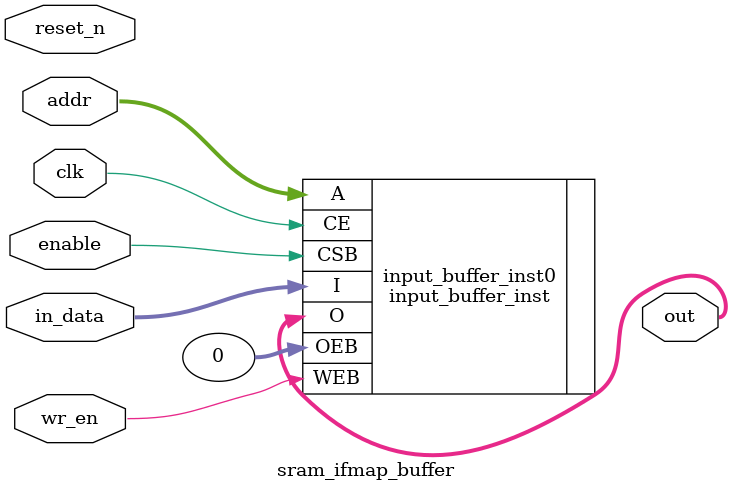
<source format=sv>
module sram_ifmap_buffer(
    input logic clk,
    input logic reset_n,
    input logic enable,
    input logic wr_en,
    input logic [7:0] in_data,
    input logic [6:0] addr,
    output logic signed [7:0] out
);

input_buffer_inst input_buffer_inst0(
    .CE(clk),
    .WEB(wr_en), // Write Enable - Active Low
    .OEB(0), // Output Enable - Active Low
    .CSB(enable), // Chip select - Active Low
    .A(addr), // Read/Write Address
    .I(in_data),
    .O(out)
);


endmodule
</source>
